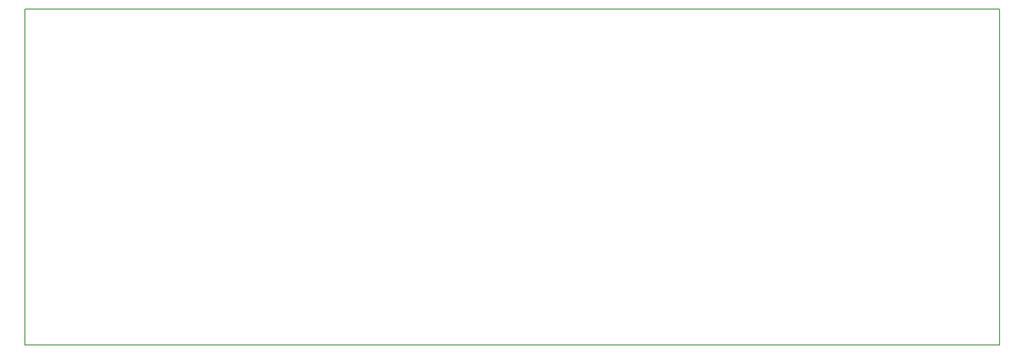
<source format=gbr>
%TF.GenerationSoftware,KiCad,Pcbnew,8.0.4*%
%TF.CreationDate,2024-09-16T12:53:31-07:00*%
%TF.ProjectId,PumpController8,50756d70-436f-46e7-9472-6f6c6c657238,rev?*%
%TF.SameCoordinates,Original*%
%TF.FileFunction,Profile,NP*%
%FSLAX46Y46*%
G04 Gerber Fmt 4.6, Leading zero omitted, Abs format (unit mm)*
G04 Created by KiCad (PCBNEW 8.0.4) date 2024-09-16 12:53:31*
%MOMM*%
%LPD*%
G01*
G04 APERTURE LIST*
%TA.AperFunction,Profile*%
%ADD10C,0.200000*%
%TD*%
G04 APERTURE END LIST*
D10*
X77470000Y-56515000D02*
X259715000Y-56515000D01*
X259715000Y-119380000D01*
X77470000Y-119380000D01*
X77470000Y-56515000D01*
M02*

</source>
